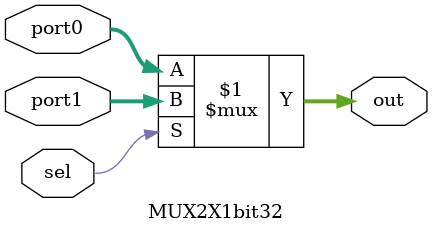
<source format=v>
`timescale 1ns / 1ps
module MUX2X1bit32(
    input [31:0] port0,
    inout [31:0] port1,
    input sel,
    output [31:0] out
    );

assign out=sel?port1:port0;

endmodule

</source>
